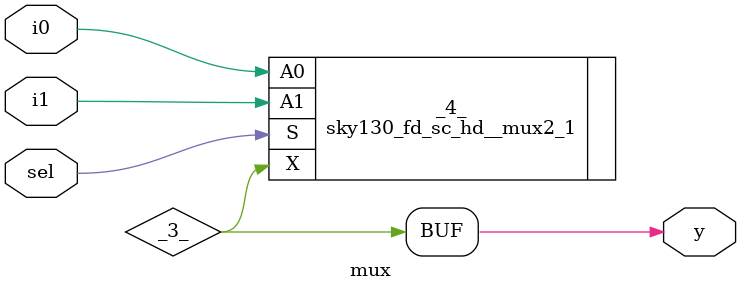
<source format=v>
/* Generated by Yosys 0.57+153 (git sha1 6b3a7e244, g++ 11.4.0-1ubuntu1~22.04.2 -fPIC -O3) */

module mux(i0, i1, sel, y);
  input i0;
  wire i0;
  input i1;
  wire i1;
  input sel;
  wire sel;
  output y;
  wire y;
  wire _0_;
  wire _1_;
  wire _2_;
  wire _3_;
  sky130_fd_sc_hd__mux2_1 _4_ (
    .A0(_0_),
    .A1(_1_),
    .S(_2_),
    .X(_3_)
  );
  assign _0_ = i0;
  assign _1_ = i1;
  assign _2_ = sel;
  assign y = _3_;
endmodule

</source>
